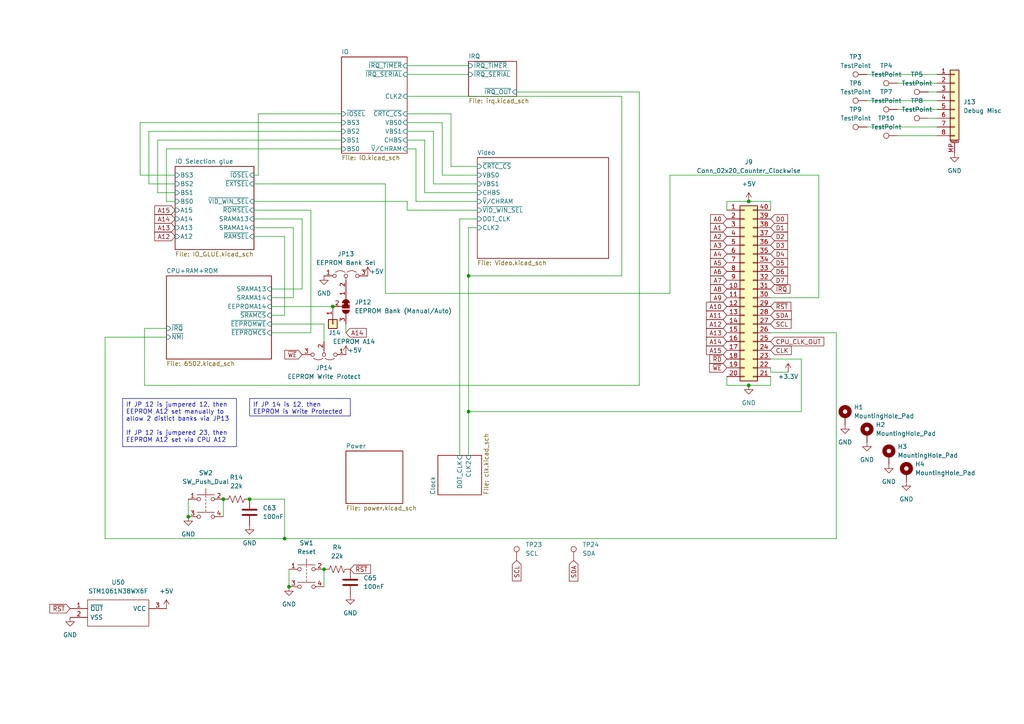
<source format=kicad_sch>
(kicad_sch (version 20230121) (generator eeschema)
  (paper "A4")
  (lib_symbols
    (symbol "Connector:TestPoint" (pin_numbers hide) (pin_names (offset 0.762) hide)
      (property "Reference" "TP" (at 0 6.858 0))
      (property "Value" "TestPoint" (at 0 5.08 0))
      (symbol "TestPoint_0_1"
        (circle (center 0 3.302) (radius 0.762))
      )
      (symbol "TestPoint_1_1"
        (pin passive line (at 0 0 90) (length 2.54) (name "1") (number "1"))
      )
    )
    (symbol "Connector_Generic:Conn_01x01" (pin_names (offset 1.016) hide)
      (property "Reference" "J" (at 0 2.54 0))
      (property "Value" "Conn_01x01" (at 0 -2.54 0))
      (symbol "Conn_01x01_1_1"
        (rectangle (start -1.27 0.127) (end 0 -0.127) (stroke (width 0.1524)))
        (rectangle (start -1.27 1.27) (end 1.27 -1.27) (stroke (width 0.254)) (fill (type background)))
        (pin passive line (at -5.08 0 0) (length 3.81) (name "Pin_1") (number "1"))
      )
    )
    (symbol "Connector_Generic:Conn_02x20_Counter_Clockwise" (pin_names (offset 1.016) hide)
      (property "Reference" "J" (at 1.27 25.4 0))
      (property "Value" "Conn_02x20_Counter_Clockwise" (at 1.27 -27.94 0))
      (symbol "Conn_02x20_Counter_Clockwise_1_1"
        (rectangle (start -1.27 -25.273) (end 0 -25.527) (stroke (width 0.1524)))
        (rectangle (start -1.27 -22.733) (end 0 -22.987) (stroke (width 0.1524)))
        (rectangle (start -1.27 -20.193) (end 0 -20.447) (stroke (width 0.1524)))
        (rectangle (start -1.27 -17.653) (end 0 -17.907) (stroke (width 0.1524)))
        (rectangle (start -1.27 -15.113) (end 0 -15.367) (stroke (width 0.1524)))
        (rectangle (start -1.27 -12.573) (end 0 -12.827) (stroke (width 0.1524)))
        (rectangle (start -1.27 -10.033) (end 0 -10.287) (stroke (width 0.1524)))
        (rectangle (start -1.27 -7.493) (end 0 -7.747) (stroke (width 0.1524)))
        (rectangle (start -1.27 -4.953) (end 0 -5.207) (stroke (width 0.1524)))
        (rectangle (start -1.27 -2.413) (end 0 -2.667) (stroke (width 0.1524)))
        (rectangle (start -1.27 0.127) (end 0 -0.127) (stroke (width 0.1524)))
        (rectangle (start -1.27 2.667) (end 0 2.413) (stroke (width 0.1524)))
        (rectangle (start -1.27 5.207) (end 0 4.953) (stroke (width 0.1524)))
        (rectangle (start -1.27 7.747) (end 0 7.493) (stroke (width 0.1524)))
        (rectangle (start -1.27 10.287) (end 0 10.033) (stroke (width 0.1524)))
        (rectangle (start -1.27 12.827) (end 0 12.573) (stroke (width 0.1524)))
        (rectangle (start -1.27 15.367) (end 0 15.113) (stroke (width 0.1524)))
        (rectangle (start -1.27 17.907) (end 0 17.653) (stroke (width 0.1524)))
        (rectangle (start -1.27 20.447) (end 0 20.193) (stroke (width 0.1524)))
        (rectangle (start -1.27 22.987) (end 0 22.733) (stroke (width 0.1524)))
        (rectangle (start -1.27 24.13) (end 3.81 -26.67) (stroke (width 0.254)) (fill (type background)))
        (rectangle (start 3.81 -25.273) (end 2.54 -25.527) (stroke (width 0.1524)))
        (rectangle (start 3.81 -22.733) (end 2.54 -22.987) (stroke (width 0.1524)))
        (rectangle (start 3.81 -20.193) (end 2.54 -20.447) (stroke (width 0.1524)))
        (rectangle (start 3.81 -17.653) (end 2.54 -17.907) (stroke (width 0.1524)))
        (rectangle (start 3.81 -15.113) (end 2.54 -15.367) (stroke (width 0.1524)))
        (rectangle (start 3.81 -12.573) (end 2.54 -12.827) (stroke (width 0.1524)))
        (rectangle (start 3.81 -10.033) (end 2.54 -10.287) (stroke (width 0.1524)))
        (rectangle (start 3.81 -7.493) (end 2.54 -7.747) (stroke (width 0.1524)))
        (rectangle (start 3.81 -4.953) (end 2.54 -5.207) (stroke (width 0.1524)))
        (rectangle (start 3.81 -2.413) (end 2.54 -2.667) (stroke (width 0.1524)))
        (rectangle (start 3.81 0.127) (end 2.54 -0.127) (stroke (width 0.1524)))
        (rectangle (start 3.81 2.667) (end 2.54 2.413) (stroke (width 0.1524)))
        (rectangle (start 3.81 5.207) (end 2.54 4.953) (stroke (width 0.1524)))
        (rectangle (start 3.81 7.747) (end 2.54 7.493) (stroke (width 0.1524)))
        (rectangle (start 3.81 10.287) (end 2.54 10.033) (stroke (width 0.1524)))
        (rectangle (start 3.81 12.827) (end 2.54 12.573) (stroke (width 0.1524)))
        (rectangle (start 3.81 15.367) (end 2.54 15.113) (stroke (width 0.1524)))
        (rectangle (start 3.81 17.907) (end 2.54 17.653) (stroke (width 0.1524)))
        (rectangle (start 3.81 20.447) (end 2.54 20.193) (stroke (width 0.1524)))
        (rectangle (start 3.81 22.987) (end 2.54 22.733) (stroke (width 0.1524)))
        (pin passive line (at -5.08 22.86 0) (length 3.81) (name "Pin_1") (number "1"))
        (pin passive line (at -5.08 0 0) (length 3.81) (name "Pin_10") (number "10"))
        (pin passive line (at -5.08 -2.54 0) (length 3.81) (name "Pin_11") (number "11"))
        (pin passive line (at -5.08 -5.08 0) (length 3.81) (name "Pin_12") (number "12"))
        (pin passive line (at -5.08 -7.62 0) (length 3.81) (name "Pin_13") (number "13"))
        (pin passive line (at -5.08 -10.16 0) (length 3.81) (name "Pin_14") (number "14"))
        (pin passive line (at -5.08 -12.7 0) (length 3.81) (name "Pin_15") (number "15"))
        (pin passive line (at -5.08 -15.24 0) (length 3.81) (name "Pin_16") (number "16"))
        (pin passive line (at -5.08 -17.78 0) (length 3.81) (name "Pin_17") (number "17"))
        (pin passive line (at -5.08 -20.32 0) (length 3.81) (name "Pin_18") (number "18"))
        (pin passive line (at -5.08 -22.86 0) (length 3.81) (name "Pin_19") (number "19"))
        (pin passive line (at -5.08 20.32 0) (length 3.81) (name "Pin_2") (number "2"))
        (pin passive line (at -5.08 -25.4 0) (length 3.81) (name "Pin_20") (number "20"))
        (pin passive line (at 7.62 -25.4 180) (length 3.81) (name "Pin_21") (number "21"))
        (pin passive line (at 7.62 -22.86 180) (length 3.81) (name "Pin_22") (number "22"))
        (pin passive line (at 7.62 -20.32 180) (length 3.81) (name "Pin_23") (number "23"))
        (pin passive line (at 7.62 -17.78 180) (length 3.81) (name "Pin_24") (number "24"))
        (pin passive line (at 7.62 -15.24 180) (length 3.81) (name "Pin_25") (number "25"))
        (pin passive line (at 7.62 -12.7 180) (length 3.81) (name "Pin_26") (number "26"))
        (pin passive line (at 7.62 -10.16 180) (length 3.81) (name "Pin_27") (number "27"))
        (pin passive line (at 7.62 -7.62 180) (length 3.81) (name "Pin_28") (number "28"))
        (pin passive line (at 7.62 -5.08 180) (length 3.81) (name "Pin_29") (number "29"))
        (pin passive line (at -5.08 17.78 0) (length 3.81) (name "Pin_3") (number "3"))
        (pin passive line (at 7.62 -2.54 180) (length 3.81) (name "Pin_30") (number "30"))
        (pin passive line (at 7.62 0 180) (length 3.81) (name "Pin_31") (number "31"))
        (pin passive line (at 7.62 2.54 180) (length 3.81) (name "Pin_32") (number "32"))
        (pin passive line (at 7.62 5.08 180) (length 3.81) (name "Pin_33") (number "33"))
        (pin passive line (at 7.62 7.62 180) (length 3.81) (name "Pin_34") (number "34"))
        (pin passive line (at 7.62 10.16 180) (length 3.81) (name "Pin_35") (number "35"))
        (pin passive line (at 7.62 12.7 180) (length 3.81) (name "Pin_36") (number "36"))
        (pin passive line (at 7.62 15.24 180) (length 3.81) (name "Pin_37") (number "37"))
        (pin passive line (at 7.62 17.78 180) (length 3.81) (name "Pin_38") (number "38"))
        (pin passive line (at 7.62 20.32 180) (length 3.81) (name "Pin_39") (number "39"))
        (pin passive line (at -5.08 15.24 0) (length 3.81) (name "Pin_4") (number "4"))
        (pin passive line (at 7.62 22.86 180) (length 3.81) (name "Pin_40") (number "40"))
        (pin passive line (at -5.08 12.7 0) (length 3.81) (name "Pin_5") (number "5"))
        (pin passive line (at -5.08 10.16 0) (length 3.81) (name "Pin_6") (number "6"))
        (pin passive line (at -5.08 7.62 0) (length 3.81) (name "Pin_7") (number "7"))
        (pin passive line (at -5.08 5.08 0) (length 3.81) (name "Pin_8") (number "8"))
        (pin passive line (at -5.08 2.54 0) (length 3.81) (name "Pin_9") (number "9"))
      )
    )
    (symbol "Connector_Generic_MountingPin:Conn_01x08_MountingPin" (pin_names (offset 1.016) hide)
      (property "Reference" "J" (at 0 10.16 0))
      (property "Value" "Conn_01x08_MountingPin" (at 1.27 -12.7 0))
      (symbol "Conn_01x08_MountingPin_1_1"
        (rectangle (start -1.27 -10.033) (end 0 -10.287) (stroke (width 0.1524)))
        (rectangle (start -1.27 -7.493) (end 0 -7.747) (stroke (width 0.1524)))
        (rectangle (start -1.27 -4.953) (end 0 -5.207) (stroke (width 0.1524)))
        (rectangle (start -1.27 -2.413) (end 0 -2.667) (stroke (width 0.1524)))
        (rectangle (start -1.27 0.127) (end 0 -0.127) (stroke (width 0.1524)))
        (rectangle (start -1.27 2.667) (end 0 2.413) (stroke (width 0.1524)))
        (rectangle (start -1.27 5.207) (end 0 4.953) (stroke (width 0.1524)))
        (rectangle (start -1.27 7.747) (end 0 7.493) (stroke (width 0.1524)))
        (rectangle (start -1.27 8.89) (end 1.27 -11.43) (stroke (width 0.254)) (fill (type background)))
        (polyline (pts (xy -1.016 -12.192) (xy 1.016 -12.192)) (stroke (width 0.1524)))
        (text "Mounting" (at 0 -11.811 0) (effects (font (size 0.381 0.381))))
        (pin passive line (at -5.08 7.62 0) (length 3.81) (name "Pin_1") (number "1"))
        (pin passive line (at -5.08 5.08 0) (length 3.81) (name "Pin_2") (number "2"))
        (pin passive line (at -5.08 2.54 0) (length 3.81) (name "Pin_3") (number "3"))
        (pin passive line (at -5.08 0 0) (length 3.81) (name "Pin_4") (number "4"))
        (pin passive line (at -5.08 -2.54 0) (length 3.81) (name "Pin_5") (number "5"))
        (pin passive line (at -5.08 -5.08 0) (length 3.81) (name "Pin_6") (number "6"))
        (pin passive line (at -5.08 -7.62 0) (length 3.81) (name "Pin_7") (number "7"))
        (pin passive line (at -5.08 -10.16 0) (length 3.81) (name "Pin_8") (number "8"))
        (pin passive line (at 0 -15.24 90) (length 3.048) (name "MountPin") (number "MP"))
      )
    )
    (symbol "Device:C" (pin_numbers hide) (pin_names (offset 0.254))
      (property "Reference" "C" (at 0.635 2.54 0))
      (property "Value" "C" (at 0.635 -2.54 0))
      (symbol "C_0_1"
        (polyline (pts (xy -2.032 -0.762) (xy 2.032 -0.762)) (stroke (width 0.508)))
        (polyline (pts (xy -2.032 0.762) (xy 2.032 0.762)) (stroke (width 0.508)))
      )
      (symbol "C_1_1"
        (pin passive line (at 0 3.81 270) (length 2.794) (name "~") (number "1"))
        (pin passive line (at 0 -3.81 90) (length 2.794) (name "~") (number "2"))
      )
    )
    (symbol "Device:R_US" (pin_numbers hide) (pin_names (offset 0))
      (property "Reference" "R" (at 2.54 0 90))
      (property "Value" "R_US" (at -2.54 0 90))
      (symbol "R_US_0_1"
        (polyline (pts (xy 0 -2.286) (xy 0 -2.54)))
        (polyline (pts (xy 0 2.286) (xy 0 2.54)))
        (polyline (pts (xy 0 -0.762) (xy 1.016 -1.143) (xy 0 -1.524) (xy -1.016 -1.905) (xy 0 -2.286)))
        (polyline (pts (xy 0 0.762) (xy 1.016 0.381) (xy 0 0) (xy -1.016 -0.381) (xy 0 -0.762)))
        (polyline (pts (xy 0 2.286) (xy 1.016 1.905) (xy 0 1.524) (xy -1.016 1.143) (xy 0 0.762)))
      )
      (symbol "R_US_1_1"
        (pin passive line (at 0 3.81 270) (length 1.27) (name "~") (number "1"))
        (pin passive line (at 0 -3.81 90) (length 1.27) (name "~") (number "2"))
      )
    )
    (symbol "Jumper:Jumper_3_Open" (pin_names (offset 0) hide)
      (property "Reference" "JP" (at -2.54 -2.54 0))
      (property "Value" "Jumper_3_Open" (at 0 2.794 0))
      (symbol "Jumper_3_Open_0_0"
        (circle (center -3.302 0) (radius 0.508))
        (circle (center 0 0) (radius 0.508))
        (circle (center 3.302 0) (radius 0.508))
      )
      (symbol "Jumper_3_Open_0_1"
        (arc (start -0.254 1.016) (mid -1.651 1.4992) (end -3.048 1.016))
        (polyline (pts (xy 0 -0.508) (xy 0 -1.27)))
        (arc (start 3.048 1.016) (mid 1.651 1.4992) (end 0.254 1.016))
      )
      (symbol "Jumper_3_Open_1_1"
        (pin passive line (at -6.35 0 0) (length 2.54) (name "A") (number "1"))
        (pin passive line (at 0 -3.81 90) (length 2.54) (name "C") (number "2"))
        (pin passive line (at 6.35 0 180) (length 2.54) (name "B") (number "3"))
      )
    )
    (symbol "Jumper:SolderJumper_3_Bridged12" (pin_names (offset 0) hide)
      (property "Reference" "JP" (at -2.54 -2.54 0))
      (property "Value" "SolderJumper_3_Bridged12" (at 0 2.794 0))
      (symbol "SolderJumper_3_Bridged12_0_1"
        (rectangle (start -1.016 0.508) (end -0.508 -0.508) (fill (type outline)))
        (arc (start -1.016 1.016) (mid -2.0276 0) (end -1.016 -1.016))
        (arc (start -1.016 1.016) (mid -2.0276 0) (end -1.016 -1.016) (fill (type outline)))
        (rectangle (start -0.508 1.016) (end 0.508 -1.016) (fill (type outline)))
        (polyline (pts (xy -2.54 0) (xy -2.032 0)))
        (polyline (pts (xy -1.016 1.016) (xy -1.016 -1.016)))
        (polyline (pts (xy 0 -1.27) (xy 0 -1.016)))
        (polyline (pts (xy 1.016 1.016) (xy 1.016 -1.016)))
        (polyline (pts (xy 2.54 0) (xy 2.032 0)))
        (arc (start 1.016 -1.016) (mid 2.0276 0) (end 1.016 1.016))
        (arc (start 1.016 -1.016) (mid 2.0276 0) (end 1.016 1.016) (fill (type outline)))
      )
      (symbol "SolderJumper_3_Bridged12_1_1"
        (pin passive line (at -5.08 0 0) (length 2.54) (name "A") (number "1"))
        (pin passive line (at 0 -3.81 90) (length 2.54) (name "C") (number "2"))
        (pin passive line (at 5.08 0 180) (length 2.54) (name "B") (number "3"))
      )
    )
    (symbol "Mechanical:MountingHole_Pad" (pin_numbers hide) (pin_names (offset 1.016) hide)
      (property "Reference" "H" (at 0 6.35 0))
      (property "Value" "MountingHole_Pad" (at 0 4.445 0))
      (symbol "MountingHole_Pad_0_1"
        (circle (center 0 1.27) (radius 1.27) (stroke (width 1.27)))
      )
      (symbol "MountingHole_Pad_1_1"
        (pin input line (at 0 -2.54 90) (length 2.54) (name "1") (number "1"))
      )
    )
    (symbol "SamacSys_Parts:STM1061N38WX6F" (pin_names (offset 0.762))
      (property "Reference" "IC" (at 24.13 7.62 0))
      (property "Value" "STM1061N38WX6F" (at 24.13 5.08 0))
      (symbol "STM1061N38WX6F_0_0"
        (pin output line (at 0 0 0) (length 5.08) (name "~{OUT}") (number "1"))
        (pin power_in line (at 0 -2.54 0) (length 5.08) (name "VSS") (number "2"))
        (pin power_in line (at 27.94 0 180) (length 5.08) (name "VCC") (number "3"))
      )
      (symbol "STM1061N38WX6F_0_1"
        (polyline (pts (xy 5.08 2.54) (xy 22.86 2.54) (xy 22.86 -5.08) (xy 5.08 -5.08) (xy 5.08 2.54)) (stroke (width 0.1524)))
      )
    )
    (symbol "Switch:SW_Push_Dual" (pin_names (offset 1.016) hide)
      (property "Reference" "SW" (at 1.27 2.54 0))
      (property "Value" "SW_Push_Dual" (at 0 -6.858 0))
      (symbol "SW_Push_Dual_0_1"
        (circle (center -2.032 -5.08) (radius 0.508))
        (circle (center -2.032 0) (radius 0.508))
        (polyline (pts (xy 0 -3.048) (xy 0 -3.556)))
        (polyline (pts (xy 0 -2.032) (xy 0 -2.54)))
        (polyline (pts (xy 0 -1.524) (xy 0 -1.016)))
        (polyline (pts (xy 0 -0.508) (xy 0 0)))
        (polyline (pts (xy 0 0.508) (xy 0 1.016)))
        (polyline (pts (xy 0 1.27) (xy 0 3.048)))
        (polyline (pts (xy 2.54 -3.81) (xy -2.54 -3.81)))
        (polyline (pts (xy 2.54 1.27) (xy -2.54 1.27)))
        (circle (center 2.032 -5.08) (radius 0.508))
        (circle (center 2.032 0) (radius 0.508))
        (pin passive line (at -5.08 0 0) (length 2.54) (name "1") (number "1"))
        (pin passive line (at 5.08 0 180) (length 2.54) (name "2") (number "2"))
        (pin passive line (at -5.08 -5.08 0) (length 2.54) (name "3") (number "3"))
        (pin passive line (at 5.08 -5.08 180) (length 2.54) (name "4") (number "4"))
      )
    )
    (symbol "power:+3.3V" (power) (pin_names (offset 0))
      (property "Value" "+3.3V" (at 0 3.556 0))
      (symbol "+3.3V_0_1"
        (polyline (pts (xy -0.762 1.27) (xy 0 2.54)))
        (polyline (pts (xy 0 0) (xy 0 2.54)))
        (polyline (pts (xy 0 2.54) (xy 0.762 1.27)))
      )
      (symbol "+3.3V_1_1"
        (pin power_in line (at 0 0 90) (length 0) hide (name "+3.3V") (number "1"))
      )
    )
    (symbol "power:+5V" (power) (pin_names (offset 0))
      (property "Value" "+5V" (at 0 3.556 0))
      (symbol "+5V_0_1"
        (polyline (pts (xy -0.762 1.27) (xy 0 2.54)))
        (polyline (pts (xy 0 0) (xy 0 2.54)))
        (polyline (pts (xy 0 2.54) (xy 0.762 1.27)))
      )
      (symbol "+5V_1_1"
        (pin power_in line (at 0 0 90) (length 0) hide (name "+5V") (number "1"))
      )
    )
    (symbol "power:GND" (power) (pin_names (offset 0))
      (property "Value" "GND" (at 0 -3.81 0))
      (symbol "GND_0_1"
        (polyline (pts (xy 0 0) (xy 0 -1.27) (xy 1.27 -1.27) (xy 0 -2.54) (xy -1.27 -1.27) (xy 0 -1.27)))
      )
      (symbol "GND_1_1"
        (pin power_in line (at 0 0 270) (length 0) hide (name "GND") (number "1"))
      )
    )
  )
  (junction (at 96.52 88.9))
  (junction (at 135.89 80.01))
  (junction (at 82.55 156.21))
  (junction (at 72.39 144.78))
  (junction (at 217.17 58.42))
  (junction (at 93.98 165.1))
  (junction (at 54.61 149.86))
  (junction (at 64.77 144.78))
  (junction (at 135.89 119.38))
  (junction (at 83.82 170.18))
  (junction (at 217.17 111.76))
  (wire (pts (xy 40.64 35.56) (xy 99.06 35.56)))
  (wire (pts (xy 223.52 111.76) (xy 223.52 109.22)))
  (wire (pts (xy 118.11 60.96) (xy 138.43 60.96)))
  (wire (pts (xy 87.63 83.82) (xy 78.74 83.82)))
  (wire (pts (xy 217.17 111.76) (xy 223.52 111.76)))
  (wire (pts (xy 73.66 53.34) (xy 111.76 53.34)))
  (wire (pts (xy 180.34 27.94) (xy 180.34 80.01)))
  (wire (pts (xy 73.66 60.96) (xy 90.17 60.96)))
  (wire (pts (xy 118.11 21.59) (xy 135.89 21.59)))
  (wire (pts (xy 125.73 38.1) (xy 125.73 53.34)))
  (wire (pts (xy 269.24 26.67) (xy 271.78 26.67)))
  (wire (pts (xy 100.33 96.52) (xy 100.33 93.98)))
  (wire (pts (xy 99.06 40.64) (xy 45.72 40.64)))
  (wire (pts (xy 232.41 119.38) (xy 135.89 119.38)))
  (wire (pts (xy 41.91 111.76) (xy 41.91 95.25)))
  (wire (pts (xy 120.65 58.42) (xy 120.65 43.18)))
  (wire (pts (xy 73.66 66.04) (xy 85.09 66.04)))
  (wire (pts (xy 260.35 39.37) (xy 271.78 39.37)))
  (wire (pts (xy 99.06 33.02) (xy 74.93 33.02)))
  (wire (pts (xy 242.57 96.52) (xy 223.52 96.52)))
  (wire (pts (xy 93.98 99.06) (xy 93.98 93.98)))
  (wire (pts (xy 269.24 34.29) (xy 271.78 34.29)))
  (wire (pts (xy 194.31 50.8) (xy 237.49 50.8)))
  (wire (pts (xy 123.19 55.88) (xy 123.19 40.64)))
  (wire (pts (xy 118.11 38.1) (xy 125.73 38.1)))
  (wire (pts (xy 82.55 68.58) (xy 82.55 91.44)))
  (wire (pts (xy 210.82 58.42) (xy 210.82 60.96)))
  (wire (pts (xy 118.11 60.96) (xy 118.11 58.42)))
  (wire (pts (xy 223.52 104.14) (xy 232.41 104.14)))
  (wire (pts (xy 30.48 156.21) (xy 82.55 156.21)))
  (wire (pts (xy 30.48 97.79) (xy 30.48 156.21)))
  (wire (pts (xy 74.93 50.8) (xy 73.66 50.8)))
  (wire (pts (xy 138.43 58.42) (xy 120.65 58.42)))
  (wire (pts (xy 251.46 29.21) (xy 271.78 29.21)))
  (wire (pts (xy 118.11 35.56) (xy 128.27 35.56)))
  (wire (pts (xy 54.61 144.78) (xy 54.61 149.86)))
  (wire (pts (xy 149.86 26.67) (xy 185.42 26.67)))
  (wire (pts (xy 210.82 109.22) (xy 210.82 111.76)))
  (wire (pts (xy 185.42 26.67) (xy 185.42 111.76)))
  (wire (pts (xy 237.49 50.8) (xy 237.49 86.36)))
  (wire (pts (xy 90.17 60.96) (xy 90.17 96.52)))
  (wire (pts (xy 194.31 85.09) (xy 194.31 50.8)))
  (wire (pts (xy 48.26 43.18) (xy 48.26 58.42)))
  (wire (pts (xy 135.89 66.04) (xy 138.43 66.04)))
  (wire (pts (xy 120.65 43.18) (xy 118.11 43.18)))
  (wire (pts (xy 48.26 97.79) (xy 30.48 97.79)))
  (wire (pts (xy 125.73 53.34) (xy 138.43 53.34)))
  (wire (pts (xy 82.55 156.21) (xy 242.57 156.21)))
  (wire (pts (xy 118.11 58.42) (xy 73.66 58.42)))
  (wire (pts (xy 74.93 33.02) (xy 74.93 50.8)))
  (wire (pts (xy 180.34 80.01) (xy 135.89 80.01)))
  (wire (pts (xy 118.11 19.05) (xy 135.89 19.05)))
  (wire (pts (xy 41.91 95.25) (xy 48.26 95.25)))
  (wire (pts (xy 217.17 58.42) (xy 210.82 58.42)))
  (wire (pts (xy 40.64 50.8) (xy 50.8 50.8)))
  (wire (pts (xy 118.11 27.94) (xy 180.34 27.94)))
  (wire (pts (xy 73.66 68.58) (xy 82.55 68.58)))
  (wire (pts (xy 85.09 66.04) (xy 85.09 86.36)))
  (wire (pts (xy 73.66 63.5) (xy 87.63 63.5)))
  (wire (pts (xy 223.52 60.96) (xy 223.52 58.42)))
  (wire (pts (xy 135.89 119.38) (xy 135.89 80.01)))
  (wire (pts (xy 90.17 96.52) (xy 78.74 96.52)))
  (wire (pts (xy 242.57 156.21) (xy 242.57 96.52)))
  (wire (pts (xy 78.74 88.9) (xy 96.52 88.9)))
  (wire (pts (xy 93.98 165.1) (xy 93.98 170.18)))
  (wire (pts (xy 237.49 86.36) (xy 223.52 86.36)))
  (wire (pts (xy 223.52 107.95) (xy 228.6 107.95)))
  (wire (pts (xy 251.46 21.59) (xy 271.78 21.59)))
  (wire (pts (xy 64.77 144.78) (xy 64.77 149.86)))
  (wire (pts (xy 111.76 85.09) (xy 194.31 85.09)))
  (wire (pts (xy 87.63 63.5) (xy 87.63 83.82)))
  (wire (pts (xy 99.06 38.1) (xy 43.18 38.1)))
  (wire (pts (xy 138.43 55.88) (xy 123.19 55.88)))
  (wire (pts (xy 45.72 40.64) (xy 45.72 55.88)))
  (wire (pts (xy 45.72 55.88) (xy 50.8 55.88)))
  (wire (pts (xy 223.52 106.68) (xy 223.52 107.95)))
  (wire (pts (xy 135.89 80.01) (xy 135.89 66.04)))
  (wire (pts (xy 260.35 31.75) (xy 271.78 31.75)))
  (wire (pts (xy 48.26 58.42) (xy 50.8 58.42)))
  (wire (pts (xy 83.82 165.1) (xy 83.82 170.18)))
  (wire (pts (xy 130.81 33.02) (xy 130.81 48.26)))
  (wire (pts (xy 223.52 58.42) (xy 217.17 58.42)))
  (wire (pts (xy 111.76 53.34) (xy 111.76 85.09)))
  (wire (pts (xy 123.19 40.64) (xy 118.11 40.64)))
  (wire (pts (xy 99.06 43.18) (xy 48.26 43.18)))
  (wire (pts (xy 118.11 33.02) (xy 130.81 33.02)))
  (wire (pts (xy 251.46 36.83) (xy 271.78 36.83)))
  (wire (pts (xy 72.39 144.78) (xy 82.55 144.78)))
  (wire (pts (xy 260.35 24.13) (xy 271.78 24.13)))
  (wire (pts (xy 40.64 35.56) (xy 40.64 50.8)))
  (wire (pts (xy 93.98 93.98) (xy 78.74 93.98)))
  (wire (pts (xy 210.82 111.76) (xy 217.17 111.76)))
  (wire (pts (xy 133.35 63.5) (xy 133.35 132.08)))
  (wire (pts (xy 128.27 35.56) (xy 128.27 50.8)))
  (wire (pts (xy 82.55 144.78) (xy 82.55 156.21)))
  (wire (pts (xy 43.18 53.34) (xy 50.8 53.34)))
  (wire (pts (xy 133.35 63.5) (xy 138.43 63.5)))
  (wire (pts (xy 43.18 38.1) (xy 43.18 53.34)))
  (wire (pts (xy 232.41 104.14) (xy 232.41 119.38)))
  (wire (pts (xy 85.09 86.36) (xy 78.74 86.36)))
  (wire (pts (xy 82.55 91.44) (xy 78.74 91.44)))
  (wire (pts (xy 128.27 50.8) (xy 138.43 50.8)))
  (wire (pts (xy 185.42 111.76) (xy 41.91 111.76)))
  (wire (pts (xy 135.89 119.38) (xy 135.89 132.08)))
  (wire (pts (xy 130.81 48.26) (xy 138.43 48.26)))
  (text_box "If JP 14 is 12, then EEPROM is Write Protected" (at 72.39 115.57 0) (size 29.21 5.08) (effects (font (size 1.27 1.27)) (justify left top)))
  (text_box "If JP 12 is jumpered 12, then EEPROM A12 set manually to allow 2 distict banks via JP13\n\nIf JP 12 is jumpered 23, then EEPROM A12 set via CPU A12" (at 35.56 115.57 0) (size 33.02 13.97) (effects (font (size 1.27 1.27)) (justify left top)))
  (global_label "A13" (shape input) (at 210.82 96.52 180) (property "Intersheetrefs" "${INTERSHEET_REFS}" (effects hide)))
  (global_label "A14" (shape input) (at 210.82 99.06 180) (property "Intersheetrefs" "${INTERSHEET_REFS}" (effects hide)))
  (global_label "~{RST}" (shape input) (at 20.32 176.53 180) (property "Intersheetrefs" "${INTERSHEET_REFS}" (effects hide)))
  (global_label "~{RST}" (shape input) (at 223.52 88.9 0) (property "Intersheetrefs" "${INTERSHEET_REFS}" (effects hide)))
  (global_label "D7" (shape input) (at 223.52 81.28 0) (property "Intersheetrefs" "${INTERSHEET_REFS}" (effects hide)))
  (global_label "~{WE}" (shape input) (at 87.63 102.87 180) (property "Intersheetrefs" "${INTERSHEET_REFS}" (effects hide)))
  (global_label "A12" (shape input) (at 50.8 68.58 180) (property "Intersheetrefs" "${INTERSHEET_REFS}" (effects hide)))
  (global_label "~{WE}" (shape input) (at 210.82 106.68 180) (property "Intersheetrefs" "${INTERSHEET_REFS}" (effects hide)))
  (global_label "SDA" (shape input) (at 223.52 91.44 0) (property "Intersheetrefs" "${INTERSHEET_REFS}" (effects hide)))
  (global_label "A3" (shape input) (at 210.82 71.12 180) (property "Intersheetrefs" "${INTERSHEET_REFS}" (effects hide)))
  (global_label "D3" (shape input) (at 223.52 71.12 0) (property "Intersheetrefs" "${INTERSHEET_REFS}" (effects hide)))
  (global_label "CLK" (shape input) (at 223.52 101.6 0) (property "Intersheetrefs" "${INTERSHEET_REFS}" (effects hide)))
  (global_label "A7" (shape input) (at 210.82 81.28 180) (property "Intersheetrefs" "${INTERSHEET_REFS}" (effects hide)))
  (global_label "A10" (shape input) (at 210.82 88.9 180) (property "Intersheetrefs" "${INTERSHEET_REFS}" (effects hide)))
  (global_label "A4" (shape input) (at 210.82 73.66 180) (property "Intersheetrefs" "${INTERSHEET_REFS}" (effects hide)))
  (global_label "A6" (shape input) (at 210.82 78.74 180) (property "Intersheetrefs" "${INTERSHEET_REFS}" (effects hide)))
  (global_label "CPU_CLK_OUT" (shape input) (at 223.52 99.06 0) (property "Intersheetrefs" "${INTERSHEET_REFS}" (effects hide)))
  (global_label "SCL" (shape input) (at 223.52 93.98 0) (property "Intersheetrefs" "${INTERSHEET_REFS}" (effects hide)))
  (global_label "D1" (shape input) (at 223.52 66.04 0) (property "Intersheetrefs" "${INTERSHEET_REFS}" (effects hide)))
  (global_label "A14" (shape input) (at 50.8 63.5 180) (property "Intersheetrefs" "${INTERSHEET_REFS}" (effects hide)))
  (global_label "~{RST}" (shape input) (at 101.6 165.1 0) (property "Intersheetrefs" "${INTERSHEET_REFS}" (effects hide)))
  (global_label "A15" (shape input) (at 210.82 101.6 180) (property "Intersheetrefs" "${INTERSHEET_REFS}" (effects hide)))
  (global_label "~{RD}" (shape input) (at 210.82 104.14 180) (property "Intersheetrefs" "${INTERSHEET_REFS}" (effects hide)))
  (global_label "A9" (shape input) (at 210.82 86.36 180) (property "Intersheetrefs" "${INTERSHEET_REFS}" (effects hide)))
  (global_label "A13" (shape input) (at 50.8 66.04 180) (property "Intersheetrefs" "${INTERSHEET_REFS}" (effects hide)))
  (global_label "A11" (shape input) (at 210.82 91.44 180) (property "Intersheetrefs" "${INTERSHEET_REFS}" (effects hide)))
  (global_label "D6" (shape input) (at 223.52 78.74 0) (property "Intersheetrefs" "${INTERSHEET_REFS}" (effects hide)))
  (global_label "~{IRQ}" (shape input) (at 223.52 83.82 0) (property "Intersheetrefs" "${INTERSHEET_REFS}" (effects hide)))
  (global_label "A5" (shape input) (at 210.82 76.2 180) (property "Intersheetrefs" "${INTERSHEET_REFS}" (effects hide)))
  (global_label "D4" (shape input) (at 223.52 73.66 0) (property "Intersheetrefs" "${INTERSHEET_REFS}" (effects hide)))
  (global_label "SDA" (shape input) (at 166.37 162.56 270) (property "Intersheetrefs" "${INTERSHEET_REFS}" (effects hide)))
  (global_label "A2" (shape input) (at 210.82 68.58 180) (property "Intersheetrefs" "${INTERSHEET_REFS}" (effects hide)))
  (global_label "A12" (shape input) (at 210.82 93.98 180) (property "Intersheetrefs" "${INTERSHEET_REFS}" (effects hide)))
  (global_label "D0" (shape input) (at 223.52 63.5 0) (property "Intersheetrefs" "${INTERSHEET_REFS}" (effects hide)))
  (global_label "D2" (shape input) (at 223.52 68.58 0) (property "Intersheetrefs" "${INTERSHEET_REFS}" (effects hide)))
  (global_label "A14" (shape input) (at 100.33 96.52 0) (property "Intersheetrefs" "${INTERSHEET_REFS}" (effects hide)))
  (global_label "A1" (shape input) (at 210.82 66.04 180) (property "Intersheetrefs" "${INTERSHEET_REFS}" (effects hide)))
  (global_label "A0" (shape input) (at 210.82 63.5 180) (property "Intersheetrefs" "${INTERSHEET_REFS}" (effects hide)))
  (global_label "A8" (shape input) (at 210.82 83.82 180) (property "Intersheetrefs" "${INTERSHEET_REFS}" (effects hide)))
  (global_label "D5" (shape input) (at 223.52 76.2 0) (property "Intersheetrefs" "${INTERSHEET_REFS}" (effects hide)))
  (global_label "A15" (shape input) (at 50.8 60.96 180) (property "Intersheetrefs" "${INTERSHEET_REFS}" (effects hide)))
  (global_label "SCL" (shape input) (at 149.86 162.56 270) (property "Intersheetrefs" "${INTERSHEET_REFS}" (effects hide)))
  (symbol (lib_id "Mechanical:MountingHole_Pad") (at 245.11 120.65 0) (unit 1)
    (property "Reference" "H1" (at 247.65 118.11 0) (effects (justify left)))
    (property "Value" "MountingHole_Pad" (at 247.65 120.65 0) (effects (justify left)))
    (property "Footprint" "MountingHole:MountingHole_2.7mm_M2.5_DIN965_Pad" (effects hide))
  )
  (symbol (lib_id "Connector:TestPoint") (at 260.35 24.13 90) (unit 1)
    (property "Reference" "TP4" (at 257.048 19.05 90))
    (property "Value" "TestPoint" (at 257.048 21.59 90))
    (property "Footprint" "TestPoint:TestPoint_Pad_D2.5mm" (effects hide))
  )
  (symbol (lib_id "power:GND") (at 217.17 111.76 0) (unit 1)
    (property "Reference" "#PWR0126" (effects hide))
    (property "Value" "GND" (at 217.17 116.84 0))
  )
  (symbol (lib_id "power:+5V") (at 217.17 58.42 0) (unit 1)
    (property "Reference" "#PWR0125" (effects hide))
    (property "Value" "+5V" (at 217.17 53.34 0))
  )
  (symbol (lib_id "Connector_Generic:Conn_01x01") (at 96.52 93.98 270) (unit 1)
    (property "Reference" "J14" (at 95.25 96.52 90) (effects (justify left)))
    (property "Value" "EEPROM A14" (at 96.52 99.06 90) (effects (justify left)))
    (property "Footprint" "Connector_PinHeader_2.54mm:PinHeader_1x01_P2.54mm_Vertical" (effects hide))
  )
  (symbol (lib_id "power:GND") (at 276.86 44.45 0) (unit 1)
    (property "Reference" "#PWR0231" (effects hide))
    (property "Value" "GND" (at 276.86 49.53 0))
  )
  (symbol (lib_id "Device:R_US") (at 97.79 165.1 270) (unit 1)
    (property "Reference" "R4" (at 97.79 158.75 90))
    (property "Value" "22k" (at 97.79 161.29 90))
    (property "Footprint" "Capacitor_SMD:C_0603_1608Metric_Pad1.08x0.95mm_HandSolder" (effects hide))
  )
  (symbol (lib_id "power:GND") (at 93.98 80.01 0) (unit 1)
    (property "Reference" "#PWR0172" (effects hide))
    (property "Value" "GND" (at 93.98 85.09 0))
  )
  (symbol (lib_id "Connector:TestPoint") (at 269.24 26.67 90) (unit 1)
    (property "Reference" "TP5" (at 265.938 21.59 90))
    (property "Value" "TestPoint" (at 265.938 24.13 90))
    (property "Footprint" "TestPoint:TestPoint_Pad_D2.5mm" (effects hide))
  )
  (symbol (lib_id "power:GND") (at 262.89 139.7 0) (unit 1)
    (property "Reference" "#PWR0171" (effects hide))
    (property "Value" "GND" (at 262.89 144.78 0))
  )
  (symbol (lib_id "Connector:TestPoint") (at 251.46 36.83 90) (unit 1)
    (property "Reference" "TP9" (at 248.158 31.75 90))
    (property "Value" "TestPoint" (at 248.158 34.29 90))
    (property "Footprint" "TestPoint:TestPoint_Pad_D2.5mm" (effects hide))
  )
  (symbol (lib_id "Connector:TestPoint") (at 251.46 21.59 90) (unit 1)
    (property "Reference" "TP3" (at 248.158 16.51 90))
    (property "Value" "TestPoint" (at 248.158 19.05 90))
    (property "Footprint" "TestPoint:TestPoint_Pad_D2.5mm" (effects hide))
  )
  (symbol (lib_id "SamacSys_Parts:STM1061N38WX6F") (at 20.32 176.53 0) (unit 1)
    (property "Reference" "U50" (at 34.29 168.91 0))
    (property "Value" "STM1061N38WX6F" (at 34.29 171.45 0))
    (property "Footprint" "Package_TO_SOT_SMD:SOT-23_Handsoldering" (effects hide))
    (property "Datasheet" "https://datasheet.datasheetarchive.com/originals/distributors/Datasheets-28/DSA-544595.pdf" (effects hide))
    (property "Description" "STM1061N38WX6F, Voltage Detector 3.724V Low Power Voltage Detector 3-Pin SOT-23" (effects hide))
    (property "Height" "1.12" (effects hide))
    (property "Mouser Part Number" "511-STM1061N38WX6F" (effects hide))
    (property "Mouser Price/Stock" "https://www.mouser.co.uk/ProductDetail/STMicroelectronics/STM1061N38WX6F?qs=Cak7mXXNf1WXGaNQl%2FcZIg%3D%3D" (effects hide))
    (property "Manufacturer_Name" "STMicroelectronics" (effects hide))
    (property "Manufacturer_Part_Number" "STM1061N38WX6F" (effects hide))
  )
  (symbol (lib_id "power:GND") (at 83.82 170.18 0) (unit 1)
    (property "Reference" "#PWR0225" (effects hide))
    (property "Value" "GND" (at 83.82 175.26 0))
  )
  (symbol (lib_id "Device:C") (at 72.39 148.59 180) (unit 1)
    (property "Reference" "C63" (at 76.2 147.32 0) (effects (justify right)))
    (property "Value" "100nF" (at 76.2 149.86 0) (effects (justify right)))
    (property "Footprint" "Capacitor_SMD:C_0603_1608Metric_Pad1.08x0.95mm_HandSolder" (effects hide))
  )
  (symbol (lib_id "power:GND") (at 72.39 152.4 0) (unit 1)
    (property "Reference" "#PWR0230" (effects hide))
    (property "Value" "GND" (at 72.39 157.48 0))
  )
  (symbol (lib_id "Connector:TestPoint") (at 166.37 162.56 0) (unit 1)
    (property "Reference" "TP24" (at 168.91 157.988 0) (effects (justify left)))
    (property "Value" "SDA" (at 168.91 160.528 0) (effects (justify left)))
    (property "Footprint" "TestPoint:TestPoint_Pad_D2.5mm" (effects hide))
  )
  (symbol (lib_id "Connector:TestPoint") (at 260.35 39.37 90) (unit 1)
    (property "Reference" "TP10" (at 257.048 34.29 90))
    (property "Value" "TestPoint" (at 257.048 36.83 90))
    (property "Footprint" "TestPoint:TestPoint_Pad_D2.5mm" (effects hide))
  )
  (symbol (lib_id "power:GND") (at 54.61 149.86 0) (unit 1)
    (property "Reference" "#PWR0226" (effects hide))
    (property "Value" "GND" (at 54.61 154.94 0))
  )
  (symbol (lib_id "Connector:TestPoint") (at 251.46 29.21 90) (unit 1)
    (property "Reference" "TP6" (at 248.158 24.13 90))
    (property "Value" "TestPoint" (at 248.158 26.67 90))
    (property "Footprint" "TestPoint:TestPoint_Pad_D2.5mm" (effects hide))
  )
  (symbol (lib_id "Switch:SW_Push_Dual") (at 59.69 144.78 0) (unit 1)
    (property "Reference" "SW2" (at 59.69 137.16 0))
    (property "Value" "SW_Push_Dual" (at 59.69 139.7 0))
    (property "Footprint" "Button_Switch_SMD:SW_SPST_TL3305A" (effects hide))
  )
  (symbol (lib_id "power:+5V") (at 100.33 102.87 0) (unit 1)
    (property "Reference" "#PWR0186" (effects hide))
    (property "Value" "+5V" (at 102.87 101.6 0))
  )
  (symbol (lib_id "Switch:SW_Push_Dual") (at 88.9 165.1 0) (unit 1)
    (property "Reference" "SW1" (at 88.9 157.48 0))
    (property "Value" "Reset" (at 88.9 160.02 0))
    (property "Footprint" "Button_Switch_SMD:SW_SPST_TL3305A" (effects hide))
  )
  (symbol (lib_id "power:GND") (at 245.11 123.19 0) (unit 1)
    (property "Reference" "#PWR0200" (effects hide))
    (property "Value" "GND" (at 245.11 128.27 0))
  )
  (symbol (lib_id "power:GND") (at 101.6 172.72 0) (unit 1)
    (property "Reference" "#PWR0229" (effects hide))
    (property "Value" "GND" (at 101.6 177.8 0))
  )
  (symbol (lib_id "Jumper:Jumper_3_Open") (at 100.33 80.01 0) (unit 1)
    (property "Reference" "JP13" (at 100.33 73.66 0))
    (property "Value" "EEPROM Bank Sel" (at 100.33 76.2 0))
    (property "Footprint" "Connector_PinSocket_2.54mm:PinSocket_1x03_P2.54mm_Vertical" (effects hide))
  )
  (symbol (lib_id "Mechanical:MountingHole_Pad") (at 251.46 125.73 0) (unit 1)
    (property "Reference" "H2" (at 254 123.19 0) (effects (justify left)))
    (property "Value" "MountingHole_Pad" (at 254 125.73 0) (effects (justify left)))
    (property "Footprint" "MountingHole:MountingHole_2.7mm_M2.5_DIN965_Pad" (effects hide))
  )
  (symbol (lib_id "power:+5V") (at 48.26 176.53 0) (unit 1)
    (property "Reference" "#PWR0203" (effects hide))
    (property "Value" "+5V" (at 48.26 171.45 0))
  )
  (symbol (lib_id "Connector:TestPoint") (at 269.24 34.29 90) (unit 1)
    (property "Reference" "TP8" (at 265.938 29.21 90))
    (property "Value" "TestPoint" (at 265.938 31.75 90))
    (property "Footprint" "TestPoint:TestPoint_Pad_D2.5mm" (effects hide))
  )
  (symbol (lib_id "Device:R_US") (at 68.58 144.78 270) (unit 1)
    (property "Reference" "R14" (at 68.58 138.43 90))
    (property "Value" "22k" (at 68.58 140.97 90))
    (property "Footprint" "Capacitor_SMD:C_0603_1608Metric_Pad1.08x0.95mm_HandSolder" (effects hide))
  )
  (symbol (lib_id "Mechanical:MountingHole_Pad") (at 257.81 132.08 0) (unit 1)
    (property "Reference" "H3" (at 260.35 129.54 0) (effects (justify left)))
    (property "Value" "MountingHole_Pad" (at 260.35 132.08 0) (effects (justify left)))
    (property "Footprint" "MountingHole:MountingHole_2.7mm_M2.5_DIN965_Pad" (effects hide))
  )
  (symbol (lib_id "power:+5V") (at 106.68 80.01 0) (unit 1)
    (property "Reference" "#PWR0173" (effects hide))
    (property "Value" "+5V" (at 109.22 78.74 0))
  )
  (symbol (lib_id "Jumper:Jumper_3_Open") (at 93.98 102.87 180) (unit 1)
    (property "Reference" "JP14" (at 93.98 106.68 0))
    (property "Value" "EEPROM Write Protect" (at 93.98 109.22 0))
    (property "Footprint" "Connector_PinSocket_2.54mm:PinSocket_1x03_P2.54mm_Vertical" (effects hide))
  )
  (symbol (lib_id "Jumper:SolderJumper_3_Bridged12") (at 100.33 88.9 270) (unit 1)
    (property "Reference" "JP12" (at 102.87 87.63 90) (effects (justify left)))
    (property "Value" "EEPROM Bank (Manual/Auto)" (at 102.87 90.17 90) (effects (justify left)))
    (property "Footprint" "Jumper:SolderJumper-3_P1.3mm_Bridged12_RoundedPad1.0x1.5mm_NumberLabels" (effects hide))
  )
  (symbol (lib_id "Device:C") (at 101.6 168.91 180) (unit 1)
    (property "Reference" "C65" (at 105.41 167.64 0) (effects (justify right)))
    (property "Value" "100nF" (at 105.41 170.18 0) (effects (justify right)))
    (property "Footprint" "Capacitor_SMD:C_0603_1608Metric_Pad1.08x0.95mm_HandSolder" (effects hide))
  )
  (symbol (lib_id "power:GND") (at 251.46 128.27 0) (unit 1)
    (property "Reference" "#PWR0199" (effects hide))
    (property "Value" "GND" (at 251.46 133.35 0))
  )
  (symbol (lib_id "power:+3.3V") (at 228.6 107.95 0) (unit 1)
    (property "Reference" "#PWR0216" (effects hide))
    (property "Value" "+3.3V" (at 228.6 109.22 0))
  )
  (symbol (lib_id "Mechanical:MountingHole_Pad") (at 262.89 137.16 0) (unit 1)
    (property "Reference" "H4" (at 265.43 134.62 0) (effects (justify left)))
    (property "Value" "MountingHole_Pad" (at 265.43 137.16 0) (effects (justify left)))
    (property "Footprint" "MountingHole:MountingHole_2.7mm_M2.5_DIN965_Pad" (effects hide))
  )
  (symbol (lib_id "Connector:TestPoint") (at 260.35 31.75 90) (unit 1)
    (property "Reference" "TP7" (at 257.048 26.67 90))
    (property "Value" "TestPoint" (at 257.048 29.21 90))
    (property "Footprint" "TestPoint:TestPoint_Pad_D2.5mm" (effects hide))
  )
  (symbol (lib_id "Connector:TestPoint") (at 149.86 162.56 0) (unit 1)
    (property "Reference" "TP23" (at 152.4 157.988 0) (effects (justify left)))
    (property "Value" "SCL" (at 152.4 160.528 0) (effects (justify left)))
    (property "Footprint" "TestPoint:TestPoint_Pad_D2.5mm" (effects hide))
  )
  (symbol (lib_id "power:GND") (at 257.81 134.62 0) (unit 1)
    (property "Reference" "#PWR0198" (effects hide))
    (property "Value" "GND" (at 257.81 139.7 0))
  )
  (symbol (lib_id "Connector_Generic_MountingPin:Conn_01x08_MountingPin") (at 276.86 29.21 0) (unit 1)
    (property "Reference" "J13" (at 279.4 29.5656 0) (effects (justify left)))
    (property "Value" "Debug Misc" (at 279.4 32.1056 0) (effects (justify left)))
    (property "Footprint" "Connector_JST:JST_SH_BM08B-SRSS-TB_1x08-1MP_P1.00mm_Vertical" (effects hide))
  )
  (symbol (lib_id "Connector_Generic:Conn_02x20_Counter_Clockwise") (at 215.9 83.82 0) (unit 1)
    (property "Reference" "J9" (at 217.17 46.99 0))
    (property "Value" "Conn_02x20_Counter_Clockwise" (at 217.17 49.53 0))
    (property "Footprint" "Connector_PinSocket_2.54mm:PinSocket_2x20_P2.54mm_Vertical" (effects hide))
  )
  (symbol (lib_id "power:GND") (at 20.32 179.07 0) (unit 1)
    (property "Reference" "#PWR0202" (effects hide))
    (property "Value" "GND" (at 20.32 184.15 0))
  )
  (sheet (at 100.33 130.81) (size 16.51 15.24) (stroke (width 0.1524))
    (property "Sheetname" "Power" (at 100.33 130.0984 0) (effects (justify left bottom)))
    (property "Sheetfile" "power.kicad_sch" (at 100.33 146.6346 0) (effects (justify left top)))
  )
  (sheet (at 48.26 80.01) (size 30.48 24.13) (stroke (width 0.1524))
    (property "Sheetname" "CPU+RAM+ROM" (at 48.26 79.2984 0) (effects (justify left bottom)))
    (property "Sheetfile" "6502.kicad_sch" (at 48.26 104.7246 0) (effects (justify left top)))
    (pin "SRAMA13" input (at 78.74 83.82 0))
    (pin "SRAMA14" input (at 78.74 86.36 0))
    (pin "EEPROMA14" input (at 78.74 88.9 0))
    (pin "~{SRAMCS}" input (at 78.74 91.44 0))
    (pin "~{EEPROMWE}" input (at 78.74 93.98 0))
    (pin "~{EEPROMCS}" input (at 78.74 96.52 0))
    (pin "~{IRQ}" input (at 48.26 95.25 180))
    (pin "~{NMI}" input (at 48.26 97.79 180))
  )
  (sheet (at 138.43 45.72) (size 38.1 29.21) (stroke (width 0.1524))
    (property "Sheetname" "Video" (at 138.43 45.0084 0) (effects (justify left bottom)))
    (property "Sheetfile" "Video.kicad_sch" (at 138.43 75.5146 0) (effects (justify left top)))
    (pin "~{CRTC_CS}" input (at 138.43 48.26 180))
    (pin "VBS0" input (at 138.43 50.8 180))
    (pin "~{VID_WIN_SEL}" input (at 138.43 60.96 180))
    (pin "~{V}{slash}CHRAM" input (at 138.43 58.42 180))
    (pin "VBS1" input (at 138.43 53.34 180))
    (pin "CHBS" input (at 138.43 55.88 180))
    (pin "DOT_CLK" input (at 138.43 63.5 180))
    (pin "CLK2" input (at 138.43 66.04 180))
  )
  (sheet (at 50.8 48.26) (size 22.86 24.13) (stroke (width 0.1524))
    (property "Sheetname" "IO Selection glue" (at 50.8 47.5484 0) (effects (justify left bottom)))
    (property "Sheetfile" "IO_GLUE.kicad_sch" (at 50.8 72.9746 0) (effects (justify left top)))
    (pin "~{IOSEL}" input (at 73.66 50.8 0))
    (pin "~{EXTSEL}" input (at 73.66 53.34 0))
    (pin "~{ROMSEL}" input (at 73.66 60.96 0))
    (pin "BS3" input (at 50.8 50.8 180))
    (pin "A12" input (at 50.8 68.58 180))
    (pin "A15" input (at 50.8 60.96 180))
    (pin "A14" input (at 50.8 63.5 180))
    (pin "A13" input (at 50.8 66.04 180))
    (pin "BS2" input (at 50.8 53.34 180))
    (pin "BS0" input (at 50.8 58.42 180))
    (pin "BS1" input (at 50.8 55.88 180))
    (pin "SRAMA13" input (at 73.66 63.5 0))
    (pin "SRAMA14" input (at 73.66 66.04 0))
    (pin "~{RAMSEL}" input (at 73.66 68.58 0))
    (pin "~{VID_WIN_SEL}" input (at 73.66 58.42 0))
  )
  (sheet (at 135.89 17.78) (size 13.97 10.16) (stroke (width 0.1524))
    (property "Sheetname" "IRQ" (at 135.89 17.0684 0) (effects (justify left bottom)))
    (property "Sheetfile" "irq.kicad_sch" (at 135.89 28.5246 0) (effects (justify left top)))
    (pin "~{IRQ_SERIAL}" input (at 135.89 21.59 180))
    (pin "~{IRQ_TIMER}" input (at 135.89 19.05 180))
    (pin "~{IRQ_OUT}" input (at 149.86 26.67 0))
  )
  (sheet (at 127 132.08) (size 12.7 11.43) (stroke (width 0.1524))
    (property "Sheetname" "Clock" (at 126.2884 143.51 90) (effects (justify left bottom)))
    (property "Sheetfile" "clk.kicad_sch" (at 140.2846 143.51 90) (effects (justify left top)))
    (pin "CLK2" input (at 135.89 132.08 90))
    (pin "DOT_CLK" input (at 133.35 132.08 90))
  )
  (sheet (at 99.06 16.51) (size 19.05 27.94) (stroke (width 0.1524))
    (property "Sheetname" "IO" (at 99.06 15.7984 0) (effects (justify left bottom)))
    (property "Sheetfile" "IO.kicad_sch" (at 99.06 45.0346 0) (effects (justify left top)))
    (pin "~{IOSEL}" input (at 99.06 33.02 180))
    (pin "BS3" input (at 99.06 35.56 180))
    (pin "BS1" input (at 99.06 40.64 180))
    (pin "BS2" input (at 99.06 38.1 180))
    (pin "BS0" input (at 99.06 43.18 180))
    (pin "~{V}{slash}CHRAM" input (at 118.11 43.18 0))
    (pin "VBS0" input (at 118.11 35.56 0))
    (pin "~{IRQ_TIMER}" input (at 118.11 19.05 0))
    (pin "~{IRQ_SERIAL}" input (at 118.11 21.59 0))
    (pin "~{CRTC_CS}" input (at 118.11 33.02 0))
    (pin "VBS1" input (at 118.11 38.1 0))
    (pin "CHBS" input (at 118.11 40.64 0))
    (pin "CLK2" input (at 118.11 27.94 0))
  )
)
</source>
